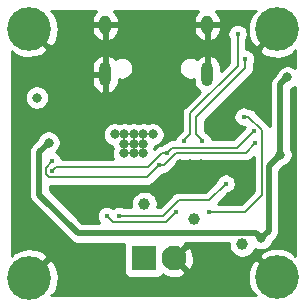
<source format=gbr>
%TF.GenerationSoftware,KiCad,Pcbnew,(5.1.7-0-10_14)*%
%TF.CreationDate,2020-10-21T07:28:03+08:00*%
%TF.ProjectId,STUSB4500_Breakout,53545553-4234-4353-9030-5f427265616b,rev?*%
%TF.SameCoordinates,Original*%
%TF.FileFunction,Copper,L4,Bot*%
%TF.FilePolarity,Positive*%
%FSLAX46Y46*%
G04 Gerber Fmt 4.6, Leading zero omitted, Abs format (unit mm)*
G04 Created by KiCad (PCBNEW (5.1.7-0-10_14)) date 2020-10-21 07:28:03*
%MOMM*%
%LPD*%
G01*
G04 APERTURE LIST*
%TA.AperFunction,SMDPad,CuDef*%
%ADD10C,1.000000*%
%TD*%
%TA.AperFunction,ComponentPad*%
%ADD11O,1.000000X2.100000*%
%TD*%
%TA.AperFunction,ComponentPad*%
%ADD12O,1.000000X1.600000*%
%TD*%
%TA.AperFunction,ComponentPad*%
%ADD13C,3.700000*%
%TD*%
%TA.AperFunction,ComponentPad*%
%ADD14R,2.100000X2.100000*%
%TD*%
%TA.AperFunction,ComponentPad*%
%ADD15C,2.100000*%
%TD*%
%TA.AperFunction,ViaPad*%
%ADD16C,0.800000*%
%TD*%
%TA.AperFunction,ViaPad*%
%ADD17C,0.450000*%
%TD*%
%TA.AperFunction,Conductor*%
%ADD18C,0.500000*%
%TD*%
%TA.AperFunction,Conductor*%
%ADD19C,0.200000*%
%TD*%
%TA.AperFunction,Conductor*%
%ADD20C,0.254000*%
%TD*%
%TA.AperFunction,Conductor*%
%ADD21C,0.100000*%
%TD*%
G04 APERTURE END LIST*
D10*
%TO.P,ALERT,1*%
%TO.N,ALERT*%
X129000000Y-56900000D03*
%TD*%
%TO.P,GPIO,1*%
%TO.N,GPIO*%
X124900000Y-54800000D03*
%TD*%
%TO.P,ATTACH,1*%
%TO.N,ATTACH*%
X120700000Y-53500000D03*
%TD*%
D11*
%TO.P,J1,S1*%
%TO.N,GND*%
X126020000Y-42505000D03*
X117380000Y-42505000D03*
D12*
X126020000Y-38325000D03*
X117380000Y-38325000D03*
%TD*%
D13*
%TO.P,H4,1*%
%TO.N,GND*%
X131960000Y-59700000D03*
%TD*%
%TO.P,H3,1*%
%TO.N,GND*%
X110960000Y-59750000D03*
%TD*%
%TO.P,H2,1*%
%TO.N,GND*%
X131960000Y-38700000D03*
%TD*%
%TO.P,H1,1*%
%TO.N,GND*%
X110950000Y-38650000D03*
%TD*%
D14*
%TO.P,J4,1*%
%TO.N,VSNK*%
X120660000Y-58100000D03*
D15*
%TO.P,J4,2*%
%TO.N,GND*%
X123200000Y-58100000D03*
%TD*%
D16*
%TO.N,VSNK*%
X119800000Y-47600000D03*
X119000000Y-47600000D03*
X120600000Y-47600000D03*
X120600000Y-48400000D03*
X119800000Y-48400000D03*
X119000000Y-48400000D03*
X119000000Y-49200000D03*
X119800000Y-49200000D03*
X120600000Y-49200000D03*
X121400000Y-47600000D03*
X118200000Y-47600000D03*
X111600000Y-44500000D03*
%TO.N,GND*%
X123700000Y-50100000D03*
X124600000Y-50100000D03*
X125500000Y-50100000D03*
X123700000Y-51000000D03*
X124600000Y-51000000D03*
X125500000Y-51000000D03*
X124600000Y-51900000D03*
X125500000Y-51900000D03*
X123700000Y-51900000D03*
X112000000Y-46799994D03*
X132600000Y-53800006D03*
X129600000Y-51300000D03*
X112000000Y-54700000D03*
%TO.N,VCC*%
X130599999Y-56400001D03*
X132223078Y-49323080D03*
X112600000Y-48299996D03*
X132812500Y-42787506D03*
D17*
%TO.N,CC1*%
X125600000Y-48200000D03*
X129225010Y-41200000D03*
%TO.N,CC2*%
X124100000Y-48200000D03*
X128600004Y-39100000D03*
%TO.N,SDA*%
X121966939Y-50224990D03*
X112899992Y-49900000D03*
X130110208Y-48310210D03*
%TO.N,SCL*%
X122600000Y-49200000D03*
X129974990Y-47300000D03*
X112900000Y-50700000D03*
%TO.N,ATTACH*%
X120700000Y-53499998D03*
%TO.N,ALERT*%
X129000000Y-56900000D03*
%TO.N,GPIO*%
X124900014Y-54800000D03*
%TO.N,Net-(R8-Pad1)*%
X126200000Y-54199996D03*
X129100000Y-46100000D03*
%TO.N,PDO3*%
X123400000Y-54174990D03*
X117513022Y-54528478D03*
%TO.N,PDO2*%
X127585011Y-51772511D03*
X118570172Y-54501461D03*
%TD*%
D18*
%TO.N,VCC*%
X132223078Y-43376928D02*
X132812500Y-42787506D01*
X132223078Y-49323080D02*
X132223078Y-43376928D01*
X115093948Y-55975013D02*
X119079824Y-55975013D01*
X119104838Y-55949999D02*
X130149997Y-55949999D01*
X111824989Y-49075007D02*
X111824989Y-52706054D01*
X119079824Y-55975013D02*
X119104838Y-55949999D01*
X111824989Y-52706054D02*
X115093948Y-55975013D01*
X130149997Y-55949999D02*
X130599999Y-56400001D01*
X112600000Y-48299996D02*
X111824989Y-49075007D01*
X130599999Y-56400001D02*
X131235222Y-55764778D01*
X131235222Y-55764778D02*
X131235222Y-50310936D01*
X131235222Y-50310936D02*
X132223078Y-49323080D01*
D19*
%TO.N,CC1*%
X129225010Y-42025002D02*
X129225010Y-41200000D01*
X125100000Y-46150012D02*
X129225010Y-42025002D01*
X125100000Y-47600000D02*
X125100000Y-46150012D01*
X125600000Y-48100000D02*
X125100000Y-47600000D01*
%TO.N,CC2*%
X128600004Y-41834296D02*
X128600004Y-39100000D01*
X124600000Y-47600000D02*
X124600000Y-45834300D01*
X124100000Y-48100000D02*
X124600000Y-47600000D01*
X124600000Y-45834300D02*
X128600004Y-41834296D01*
X124100000Y-48200000D02*
X124100000Y-48100000D01*
%TO.N,SDA*%
X112374999Y-50952001D02*
X112374999Y-50424993D01*
X121966939Y-50224990D02*
X120966928Y-51225001D01*
X120966928Y-51225001D02*
X112647999Y-51225001D01*
X112647999Y-51225001D02*
X112374999Y-50952001D01*
X112374999Y-50424993D02*
X112899992Y-49900000D01*
X121966939Y-50224990D02*
X122335137Y-50224990D01*
X123410137Y-49149990D02*
X129270428Y-49149990D01*
X129270428Y-49149990D02*
X130110208Y-48310210D01*
X122335137Y-50224990D02*
X123410137Y-49149990D01*
%TO.N,SCL*%
X122600000Y-49200000D02*
X123050021Y-48749979D01*
X128525011Y-48749979D02*
X129974990Y-47300000D01*
X123050021Y-48749979D02*
X128525011Y-48749979D01*
X113200000Y-50400000D02*
X112900000Y-50700000D01*
X121014925Y-50400000D02*
X113200000Y-50400000D01*
X122214925Y-49200000D02*
X121014925Y-50400000D01*
X122600000Y-49200000D02*
X122214925Y-49200000D01*
%TO.N,Net-(R8-Pad1)*%
X129518198Y-46100000D02*
X129100000Y-46100000D01*
X130685211Y-47267013D02*
X129518198Y-46100000D01*
X129200004Y-54199996D02*
X130685211Y-52714789D01*
X130685211Y-52714789D02*
X130685211Y-47267013D01*
X126200000Y-54199996D02*
X129200004Y-54199996D01*
%TO.N,PDO3*%
X118011006Y-55026462D02*
X117513022Y-54528478D01*
X123400000Y-54174990D02*
X122548528Y-55026462D01*
X122548528Y-55026462D02*
X118011006Y-55026462D01*
%TO.N,PDO2*%
X126157522Y-53200000D02*
X123600000Y-53200000D01*
X122298539Y-54501461D02*
X118570172Y-54501461D01*
X123600000Y-53200000D02*
X122298539Y-54501461D01*
X127585011Y-51772511D02*
X126157522Y-53200000D01*
%TD*%
D20*
%TO.N,GND*%
X116506839Y-37288831D02*
X116379997Y-37473322D01*
X116291585Y-37679013D01*
X116245000Y-37898000D01*
X116245000Y-38198000D01*
X117253000Y-38198000D01*
X117253000Y-38178000D01*
X117507000Y-38178000D01*
X117507000Y-38198000D01*
X118515000Y-38198000D01*
X118515000Y-37898000D01*
X118468415Y-37679013D01*
X118380003Y-37473322D01*
X118253161Y-37288831D01*
X118120868Y-37160000D01*
X125279132Y-37160000D01*
X125146839Y-37288831D01*
X125019997Y-37473322D01*
X124931585Y-37679013D01*
X124885000Y-37898000D01*
X124885000Y-38198000D01*
X125893000Y-38198000D01*
X125893000Y-38178000D01*
X126147000Y-38178000D01*
X126147000Y-38198000D01*
X127155000Y-38198000D01*
X127155000Y-37898000D01*
X127108415Y-37679013D01*
X127020003Y-37473322D01*
X126893161Y-37288831D01*
X126760868Y-37160000D01*
X130181681Y-37160000D01*
X129867832Y-37336931D01*
X129642110Y-37771284D01*
X129505464Y-38241327D01*
X129463144Y-38728996D01*
X129516778Y-39215552D01*
X129664303Y-39682294D01*
X129867832Y-40063069D01*
X130219228Y-40261167D01*
X131780395Y-38700000D01*
X131766253Y-38685858D01*
X131945858Y-38506253D01*
X131960000Y-38520395D01*
X131974143Y-38506253D01*
X132153748Y-38685858D01*
X132139605Y-38700000D01*
X132153748Y-38714143D01*
X131974143Y-38893748D01*
X131960000Y-38879605D01*
X130398833Y-40440772D01*
X130596931Y-40792168D01*
X131031284Y-41017890D01*
X131501327Y-41154536D01*
X131988996Y-41196856D01*
X132475552Y-41143222D01*
X132942294Y-40995697D01*
X133323069Y-40792168D01*
X133500000Y-40478319D01*
X133500000Y-42011295D01*
X133472274Y-41983569D01*
X133302756Y-41870301D01*
X133114398Y-41792280D01*
X132914439Y-41752506D01*
X132710561Y-41752506D01*
X132510602Y-41792280D01*
X132322244Y-41870301D01*
X132152726Y-41983569D01*
X132008563Y-42127732D01*
X131895295Y-42297250D01*
X131817274Y-42485608D01*
X131805965Y-42542463D01*
X131628030Y-42720398D01*
X131594262Y-42748111D01*
X131566549Y-42781879D01*
X131566546Y-42781882D01*
X131483668Y-42882869D01*
X131401490Y-43036615D01*
X131350883Y-43203438D01*
X131333797Y-43376928D01*
X131338079Y-43420407D01*
X131338078Y-46929246D01*
X131299298Y-46856693D01*
X131281495Y-46835000D01*
X131207449Y-46744775D01*
X131179404Y-46721759D01*
X130063456Y-45605812D01*
X130040436Y-45577762D01*
X129928518Y-45485913D01*
X129800831Y-45417663D01*
X129662283Y-45375635D01*
X129554303Y-45365000D01*
X129546856Y-45364267D01*
X129507363Y-45337878D01*
X129350853Y-45273049D01*
X129184703Y-45240000D01*
X129015297Y-45240000D01*
X128849147Y-45273049D01*
X128692637Y-45337878D01*
X128551782Y-45431995D01*
X128431995Y-45551782D01*
X128337878Y-45692637D01*
X128273049Y-45849147D01*
X128240000Y-46015297D01*
X128240000Y-46184703D01*
X128273049Y-46350853D01*
X128337878Y-46507363D01*
X128431995Y-46648218D01*
X128551782Y-46768005D01*
X128692637Y-46862122D01*
X128849147Y-46926951D01*
X129015297Y-46960000D01*
X129184703Y-46960000D01*
X129184989Y-46959943D01*
X129148039Y-47049147D01*
X129138515Y-47097028D01*
X128220565Y-48014979D01*
X126440046Y-48014979D01*
X126426951Y-47949147D01*
X126362122Y-47792637D01*
X126268005Y-47651782D01*
X126148218Y-47531995D01*
X126007363Y-47437878D01*
X125956084Y-47416637D01*
X125835000Y-47295554D01*
X125835000Y-46454458D01*
X129719207Y-42570252D01*
X129747247Y-42547240D01*
X129770260Y-42519199D01*
X129770263Y-42519196D01*
X129797828Y-42485608D01*
X129839097Y-42435322D01*
X129907347Y-42307635D01*
X129949375Y-42169087D01*
X129960010Y-42061107D01*
X129960010Y-42061106D01*
X129963566Y-42025003D01*
X129960010Y-41988898D01*
X129960010Y-41647954D01*
X129987132Y-41607363D01*
X130051961Y-41450853D01*
X130085010Y-41284703D01*
X130085010Y-41115297D01*
X130051961Y-40949147D01*
X129987132Y-40792637D01*
X129893015Y-40651782D01*
X129773228Y-40531995D01*
X129632373Y-40437878D01*
X129475863Y-40373049D01*
X129335004Y-40345031D01*
X129335004Y-39547954D01*
X129362126Y-39507363D01*
X129426955Y-39350853D01*
X129460004Y-39184703D01*
X129460004Y-39015297D01*
X129426955Y-38849147D01*
X129362126Y-38692637D01*
X129268009Y-38551782D01*
X129148222Y-38431995D01*
X129007367Y-38337878D01*
X128850857Y-38273049D01*
X128684707Y-38240000D01*
X128515301Y-38240000D01*
X128349151Y-38273049D01*
X128192641Y-38337878D01*
X128051786Y-38431995D01*
X127931999Y-38551782D01*
X127837882Y-38692637D01*
X127773053Y-38849147D01*
X127740004Y-39015297D01*
X127740004Y-39184703D01*
X127773053Y-39350853D01*
X127837882Y-39507363D01*
X127865005Y-39547955D01*
X127865004Y-41529849D01*
X127155000Y-42239853D01*
X127155000Y-41828000D01*
X127108415Y-41609013D01*
X127020003Y-41403322D01*
X126893161Y-41218831D01*
X126732764Y-41062631D01*
X126544976Y-40940724D01*
X126321874Y-40860881D01*
X126147000Y-40987046D01*
X126147000Y-42378000D01*
X126167000Y-42378000D01*
X126167000Y-42632000D01*
X126147000Y-42632000D01*
X126147000Y-42652000D01*
X125893000Y-42652000D01*
X125893000Y-42632000D01*
X125873000Y-42632000D01*
X125873000Y-42378000D01*
X125893000Y-42378000D01*
X125893000Y-40987046D01*
X125718126Y-40860881D01*
X125495024Y-40940724D01*
X125307236Y-41062631D01*
X125146839Y-41218831D01*
X125145117Y-41221335D01*
X125044731Y-41154259D01*
X124870022Y-41081892D01*
X124684552Y-41045000D01*
X124495448Y-41045000D01*
X124309978Y-41081892D01*
X124135269Y-41154259D01*
X123978036Y-41259319D01*
X123844319Y-41393036D01*
X123739259Y-41550269D01*
X123666892Y-41724978D01*
X123630000Y-41910448D01*
X123630000Y-42099552D01*
X123666892Y-42285022D01*
X123739259Y-42459731D01*
X123844319Y-42616964D01*
X123978036Y-42750681D01*
X124135269Y-42855741D01*
X124309978Y-42928108D01*
X124495448Y-42965000D01*
X124684552Y-42965000D01*
X124870022Y-42928108D01*
X124885000Y-42921904D01*
X124885000Y-43182000D01*
X124931585Y-43400987D01*
X125019997Y-43606678D01*
X125146839Y-43791169D01*
X125307236Y-43947369D01*
X125392278Y-44002576D01*
X124105808Y-45289046D01*
X124077763Y-45312062D01*
X123985914Y-45423980D01*
X123926573Y-45535000D01*
X123917664Y-45551667D01*
X123875635Y-45690215D01*
X123861444Y-45834300D01*
X123865001Y-45870415D01*
X123865000Y-47295553D01*
X123743916Y-47416637D01*
X123692637Y-47437878D01*
X123551782Y-47531995D01*
X123431995Y-47651782D01*
X123337878Y-47792637D01*
X123273049Y-47949147D01*
X123259954Y-48014979D01*
X123086126Y-48014979D01*
X123050021Y-48011423D01*
X123013916Y-48014979D01*
X122905936Y-48025614D01*
X122767388Y-48067642D01*
X122639701Y-48135892D01*
X122527783Y-48227741D01*
X122504762Y-48255792D01*
X122397029Y-48363525D01*
X122349147Y-48373049D01*
X122192637Y-48437878D01*
X122147418Y-48468093D01*
X122070840Y-48475635D01*
X121932292Y-48517663D01*
X121804605Y-48585913D01*
X121692687Y-48677762D01*
X121669671Y-48705807D01*
X121560708Y-48814770D01*
X121554591Y-48800000D01*
X121595226Y-48701898D01*
X121612924Y-48612924D01*
X121701898Y-48595226D01*
X121890256Y-48517205D01*
X122059774Y-48403937D01*
X122203937Y-48259774D01*
X122317205Y-48090256D01*
X122395226Y-47901898D01*
X122435000Y-47701939D01*
X122435000Y-47498061D01*
X122395226Y-47298102D01*
X122317205Y-47109744D01*
X122203937Y-46940226D01*
X122059774Y-46796063D01*
X121890256Y-46682795D01*
X121701898Y-46604774D01*
X121501939Y-46565000D01*
X121298061Y-46565000D01*
X121098102Y-46604774D01*
X121000000Y-46645409D01*
X120901898Y-46604774D01*
X120701939Y-46565000D01*
X120498061Y-46565000D01*
X120298102Y-46604774D01*
X120200000Y-46645409D01*
X120101898Y-46604774D01*
X119901939Y-46565000D01*
X119698061Y-46565000D01*
X119498102Y-46604774D01*
X119400000Y-46645409D01*
X119301898Y-46604774D01*
X119101939Y-46565000D01*
X118898061Y-46565000D01*
X118698102Y-46604774D01*
X118600000Y-46645409D01*
X118501898Y-46604774D01*
X118301939Y-46565000D01*
X118098061Y-46565000D01*
X117898102Y-46604774D01*
X117709744Y-46682795D01*
X117540226Y-46796063D01*
X117396063Y-46940226D01*
X117282795Y-47109744D01*
X117204774Y-47298102D01*
X117165000Y-47498061D01*
X117165000Y-47701939D01*
X117204774Y-47901898D01*
X117282795Y-48090256D01*
X117396063Y-48259774D01*
X117540226Y-48403937D01*
X117709744Y-48517205D01*
X117898102Y-48595226D01*
X117987076Y-48612924D01*
X118004774Y-48701898D01*
X118045409Y-48800000D01*
X118004774Y-48898102D01*
X117965000Y-49098061D01*
X117965000Y-49301939D01*
X118004774Y-49501898D01*
X118072334Y-49665000D01*
X113730096Y-49665000D01*
X113726943Y-49649147D01*
X113662114Y-49492637D01*
X113567997Y-49351782D01*
X113448210Y-49231995D01*
X113307355Y-49137878D01*
X113246622Y-49112721D01*
X113259774Y-49103933D01*
X113403937Y-48959770D01*
X113517205Y-48790252D01*
X113595226Y-48601894D01*
X113635000Y-48401935D01*
X113635000Y-48198057D01*
X113595226Y-47998098D01*
X113517205Y-47809740D01*
X113403937Y-47640222D01*
X113259774Y-47496059D01*
X113090256Y-47382791D01*
X112901898Y-47304770D01*
X112701939Y-47264996D01*
X112498061Y-47264996D01*
X112298102Y-47304770D01*
X112109744Y-47382791D01*
X111940226Y-47496059D01*
X111796063Y-47640222D01*
X111682795Y-47809740D01*
X111604774Y-47998098D01*
X111593465Y-48054952D01*
X111229945Y-48418473D01*
X111196172Y-48446190D01*
X111085578Y-48580949D01*
X111003400Y-48734695D01*
X110971894Y-48838556D01*
X110958613Y-48882337D01*
X110952794Y-48901518D01*
X110939989Y-49031531D01*
X110939989Y-49031538D01*
X110935708Y-49075007D01*
X110939989Y-49118476D01*
X110939990Y-52662575D01*
X110935708Y-52706054D01*
X110952794Y-52879544D01*
X111003401Y-53046367D01*
X111085579Y-53200113D01*
X111168457Y-53301100D01*
X111168460Y-53301103D01*
X111196173Y-53334871D01*
X111229940Y-53362583D01*
X114437418Y-56570062D01*
X114465131Y-56603830D01*
X114498899Y-56631543D01*
X114498901Y-56631545D01*
X114520349Y-56649147D01*
X114599889Y-56714424D01*
X114753635Y-56796602D01*
X114920458Y-56847208D01*
X115050471Y-56860013D01*
X115050481Y-56860013D01*
X115093947Y-56864294D01*
X115137413Y-56860013D01*
X119004059Y-56860013D01*
X118984188Y-56925518D01*
X118971928Y-57050000D01*
X118971928Y-59150000D01*
X118984188Y-59274482D01*
X119020498Y-59394180D01*
X119079463Y-59504494D01*
X119158815Y-59601185D01*
X119255506Y-59680537D01*
X119365820Y-59739502D01*
X119485518Y-59775812D01*
X119610000Y-59788072D01*
X121710000Y-59788072D01*
X121834482Y-59775812D01*
X121954180Y-59739502D01*
X122064494Y-59680537D01*
X122161185Y-59601185D01*
X122240537Y-59504494D01*
X122273451Y-59442918D01*
X122310339Y-59540579D01*
X122608477Y-59686463D01*
X122929346Y-59771380D01*
X123260617Y-59792066D01*
X123589557Y-59747728D01*
X123903527Y-59640069D01*
X124089661Y-59540579D01*
X124191461Y-59271066D01*
X123200000Y-58279605D01*
X123185858Y-58293748D01*
X123006253Y-58114143D01*
X123020395Y-58100000D01*
X123379605Y-58100000D01*
X124371066Y-59091461D01*
X124640579Y-58989661D01*
X124786463Y-58691523D01*
X124871380Y-58370654D01*
X124892066Y-58039383D01*
X124847728Y-57710443D01*
X124740069Y-57396473D01*
X124640579Y-57210339D01*
X124371066Y-57108539D01*
X123379605Y-58100000D01*
X123020395Y-58100000D01*
X123006253Y-58085858D01*
X123185858Y-57906253D01*
X123200000Y-57920395D01*
X124191461Y-56928934D01*
X124155980Y-56834999D01*
X127865000Y-56834999D01*
X127865000Y-57011788D01*
X127908617Y-57231067D01*
X127994176Y-57437624D01*
X128118388Y-57623520D01*
X128276480Y-57781612D01*
X128462376Y-57905824D01*
X128668933Y-57991383D01*
X128888212Y-58035000D01*
X129111788Y-58035000D01*
X129331067Y-57991383D01*
X129537624Y-57905824D01*
X129723520Y-57781612D01*
X129881612Y-57623520D01*
X130005824Y-57437624D01*
X130067417Y-57288925D01*
X130109743Y-57317206D01*
X130298101Y-57395227D01*
X130498060Y-57435001D01*
X130701938Y-57435001D01*
X130901897Y-57395227D01*
X131090255Y-57317206D01*
X131259773Y-57203938D01*
X131403936Y-57059775D01*
X131517204Y-56890257D01*
X131595225Y-56701899D01*
X131606534Y-56645045D01*
X131830272Y-56421307D01*
X131864039Y-56393595D01*
X131898355Y-56351782D01*
X131974632Y-56258838D01*
X131974633Y-56258837D01*
X132056811Y-56105091D01*
X132103858Y-55950000D01*
X132107417Y-55938269D01*
X132110601Y-55905942D01*
X132120222Y-55808255D01*
X132120222Y-55808247D01*
X132124503Y-55764778D01*
X132120222Y-55721309D01*
X132120222Y-50677514D01*
X132468122Y-50329615D01*
X132524976Y-50318306D01*
X132713334Y-50240285D01*
X132882852Y-50127017D01*
X133027015Y-49982854D01*
X133140283Y-49813336D01*
X133218304Y-49624978D01*
X133258078Y-49425019D01*
X133258078Y-49221141D01*
X133218304Y-49021182D01*
X133140283Y-48832824D01*
X133108078Y-48784626D01*
X133108078Y-43783989D01*
X133114398Y-43782732D01*
X133302756Y-43704711D01*
X133472274Y-43591443D01*
X133500000Y-43563717D01*
X133500001Y-57921683D01*
X133323069Y-57607832D01*
X132888716Y-57382110D01*
X132418673Y-57245464D01*
X131931004Y-57203144D01*
X131444448Y-57256778D01*
X130977706Y-57404303D01*
X130596931Y-57607832D01*
X130398833Y-57959228D01*
X131960000Y-59520395D01*
X131974143Y-59506253D01*
X132153748Y-59685858D01*
X132139605Y-59700000D01*
X132153748Y-59714143D01*
X131974143Y-59893748D01*
X131960000Y-59879605D01*
X131945858Y-59893748D01*
X131766253Y-59714143D01*
X131780395Y-59700000D01*
X130219228Y-58138833D01*
X129867832Y-58336931D01*
X129642110Y-58771284D01*
X129505464Y-59241327D01*
X129463144Y-59728996D01*
X129516778Y-60215552D01*
X129664303Y-60682294D01*
X129867832Y-61063069D01*
X130181681Y-61240000D01*
X112827012Y-61240000D01*
X113052168Y-61113069D01*
X113277890Y-60678716D01*
X113414536Y-60208673D01*
X113456856Y-59721004D01*
X113403222Y-59234448D01*
X113255697Y-58767706D01*
X113052168Y-58386931D01*
X112700772Y-58188833D01*
X111139605Y-59750000D01*
X111153748Y-59764143D01*
X110974143Y-59943748D01*
X110960000Y-59929605D01*
X110945858Y-59943748D01*
X110766253Y-59764143D01*
X110780395Y-59750000D01*
X110766253Y-59735858D01*
X110945858Y-59556253D01*
X110960000Y-59570395D01*
X112521167Y-58009228D01*
X112323069Y-57657832D01*
X111888716Y-57432110D01*
X111418673Y-57295464D01*
X110931004Y-57253144D01*
X110444448Y-57306778D01*
X109977706Y-57454303D01*
X109596931Y-57657832D01*
X109460000Y-57900727D01*
X109460000Y-44398061D01*
X110565000Y-44398061D01*
X110565000Y-44601939D01*
X110604774Y-44801898D01*
X110682795Y-44990256D01*
X110796063Y-45159774D01*
X110940226Y-45303937D01*
X111109744Y-45417205D01*
X111298102Y-45495226D01*
X111498061Y-45535000D01*
X111701939Y-45535000D01*
X111901898Y-45495226D01*
X112090256Y-45417205D01*
X112259774Y-45303937D01*
X112403937Y-45159774D01*
X112517205Y-44990256D01*
X112595226Y-44801898D01*
X112635000Y-44601939D01*
X112635000Y-44398061D01*
X112595226Y-44198102D01*
X112517205Y-44009744D01*
X112403937Y-43840226D01*
X112259774Y-43696063D01*
X112090256Y-43582795D01*
X111901898Y-43504774D01*
X111701939Y-43465000D01*
X111498061Y-43465000D01*
X111298102Y-43504774D01*
X111109744Y-43582795D01*
X110940226Y-43696063D01*
X110796063Y-43840226D01*
X110682795Y-44009744D01*
X110604774Y-44198102D01*
X110565000Y-44398061D01*
X109460000Y-44398061D01*
X109460000Y-42632000D01*
X116245000Y-42632000D01*
X116245000Y-43182000D01*
X116291585Y-43400987D01*
X116379997Y-43606678D01*
X116506839Y-43791169D01*
X116667236Y-43947369D01*
X116855024Y-44069276D01*
X117078126Y-44149119D01*
X117253000Y-44022954D01*
X117253000Y-42632000D01*
X116245000Y-42632000D01*
X109460000Y-42632000D01*
X109460000Y-41828000D01*
X116245000Y-41828000D01*
X116245000Y-42378000D01*
X117253000Y-42378000D01*
X117253000Y-40987046D01*
X117507000Y-40987046D01*
X117507000Y-42378000D01*
X117527000Y-42378000D01*
X117527000Y-42632000D01*
X117507000Y-42632000D01*
X117507000Y-44022954D01*
X117681874Y-44149119D01*
X117904976Y-44069276D01*
X118092764Y-43947369D01*
X118253161Y-43791169D01*
X118380003Y-43606678D01*
X118468415Y-43400987D01*
X118515000Y-43182000D01*
X118515000Y-42921904D01*
X118529978Y-42928108D01*
X118715448Y-42965000D01*
X118904552Y-42965000D01*
X119090022Y-42928108D01*
X119264731Y-42855741D01*
X119421964Y-42750681D01*
X119555681Y-42616964D01*
X119660741Y-42459731D01*
X119733108Y-42285022D01*
X119770000Y-42099552D01*
X119770000Y-41910448D01*
X119733108Y-41724978D01*
X119660741Y-41550269D01*
X119555681Y-41393036D01*
X119421964Y-41259319D01*
X119264731Y-41154259D01*
X119090022Y-41081892D01*
X118904552Y-41045000D01*
X118715448Y-41045000D01*
X118529978Y-41081892D01*
X118355269Y-41154259D01*
X118254883Y-41221335D01*
X118253161Y-41218831D01*
X118092764Y-41062631D01*
X117904976Y-40940724D01*
X117681874Y-40860881D01*
X117507000Y-40987046D01*
X117253000Y-40987046D01*
X117078126Y-40860881D01*
X116855024Y-40940724D01*
X116667236Y-41062631D01*
X116506839Y-41218831D01*
X116379997Y-41403322D01*
X116291585Y-41609013D01*
X116245000Y-41828000D01*
X109460000Y-41828000D01*
X109460000Y-40517012D01*
X109586931Y-40742168D01*
X110021284Y-40967890D01*
X110491327Y-41104536D01*
X110978996Y-41146856D01*
X111465552Y-41093222D01*
X111932294Y-40945697D01*
X112313069Y-40742168D01*
X112511167Y-40390772D01*
X110950000Y-38829605D01*
X110935858Y-38843748D01*
X110756253Y-38664143D01*
X110770395Y-38650000D01*
X110756253Y-38635858D01*
X110935858Y-38456253D01*
X110950000Y-38470395D01*
X110964143Y-38456253D01*
X111143748Y-38635858D01*
X111129605Y-38650000D01*
X112690772Y-40211167D01*
X113042168Y-40013069D01*
X113267890Y-39578716D01*
X113404536Y-39108673D01*
X113446856Y-38621004D01*
X113428227Y-38452000D01*
X116245000Y-38452000D01*
X116245000Y-38752000D01*
X116291585Y-38970987D01*
X116379997Y-39176678D01*
X116506839Y-39361169D01*
X116667236Y-39517369D01*
X116855024Y-39639276D01*
X117078126Y-39719119D01*
X117253000Y-39592954D01*
X117253000Y-38452000D01*
X117507000Y-38452000D01*
X117507000Y-39592954D01*
X117681874Y-39719119D01*
X117904976Y-39639276D01*
X118092764Y-39517369D01*
X118253161Y-39361169D01*
X118380003Y-39176678D01*
X118468415Y-38970987D01*
X118515000Y-38752000D01*
X118515000Y-38452000D01*
X124885000Y-38452000D01*
X124885000Y-38752000D01*
X124931585Y-38970987D01*
X125019997Y-39176678D01*
X125146839Y-39361169D01*
X125307236Y-39517369D01*
X125495024Y-39639276D01*
X125718126Y-39719119D01*
X125893000Y-39592954D01*
X125893000Y-38452000D01*
X126147000Y-38452000D01*
X126147000Y-39592954D01*
X126321874Y-39719119D01*
X126544976Y-39639276D01*
X126732764Y-39517369D01*
X126893161Y-39361169D01*
X127020003Y-39176678D01*
X127108415Y-38970987D01*
X127155000Y-38752000D01*
X127155000Y-38452000D01*
X126147000Y-38452000D01*
X125893000Y-38452000D01*
X124885000Y-38452000D01*
X118515000Y-38452000D01*
X117507000Y-38452000D01*
X117253000Y-38452000D01*
X116245000Y-38452000D01*
X113428227Y-38452000D01*
X113393222Y-38134448D01*
X113245697Y-37667706D01*
X113042168Y-37286931D01*
X112817012Y-37160000D01*
X116639132Y-37160000D01*
X116506839Y-37288831D01*
%TA.AperFunction,Conductor*%
D21*
G36*
X116506839Y-37288831D02*
G01*
X116379997Y-37473322D01*
X116291585Y-37679013D01*
X116245000Y-37898000D01*
X116245000Y-38198000D01*
X117253000Y-38198000D01*
X117253000Y-38178000D01*
X117507000Y-38178000D01*
X117507000Y-38198000D01*
X118515000Y-38198000D01*
X118515000Y-37898000D01*
X118468415Y-37679013D01*
X118380003Y-37473322D01*
X118253161Y-37288831D01*
X118120868Y-37160000D01*
X125279132Y-37160000D01*
X125146839Y-37288831D01*
X125019997Y-37473322D01*
X124931585Y-37679013D01*
X124885000Y-37898000D01*
X124885000Y-38198000D01*
X125893000Y-38198000D01*
X125893000Y-38178000D01*
X126147000Y-38178000D01*
X126147000Y-38198000D01*
X127155000Y-38198000D01*
X127155000Y-37898000D01*
X127108415Y-37679013D01*
X127020003Y-37473322D01*
X126893161Y-37288831D01*
X126760868Y-37160000D01*
X130181681Y-37160000D01*
X129867832Y-37336931D01*
X129642110Y-37771284D01*
X129505464Y-38241327D01*
X129463144Y-38728996D01*
X129516778Y-39215552D01*
X129664303Y-39682294D01*
X129867832Y-40063069D01*
X130219228Y-40261167D01*
X131780395Y-38700000D01*
X131766253Y-38685858D01*
X131945858Y-38506253D01*
X131960000Y-38520395D01*
X131974143Y-38506253D01*
X132153748Y-38685858D01*
X132139605Y-38700000D01*
X132153748Y-38714143D01*
X131974143Y-38893748D01*
X131960000Y-38879605D01*
X130398833Y-40440772D01*
X130596931Y-40792168D01*
X131031284Y-41017890D01*
X131501327Y-41154536D01*
X131988996Y-41196856D01*
X132475552Y-41143222D01*
X132942294Y-40995697D01*
X133323069Y-40792168D01*
X133500000Y-40478319D01*
X133500000Y-42011295D01*
X133472274Y-41983569D01*
X133302756Y-41870301D01*
X133114398Y-41792280D01*
X132914439Y-41752506D01*
X132710561Y-41752506D01*
X132510602Y-41792280D01*
X132322244Y-41870301D01*
X132152726Y-41983569D01*
X132008563Y-42127732D01*
X131895295Y-42297250D01*
X131817274Y-42485608D01*
X131805965Y-42542463D01*
X131628030Y-42720398D01*
X131594262Y-42748111D01*
X131566549Y-42781879D01*
X131566546Y-42781882D01*
X131483668Y-42882869D01*
X131401490Y-43036615D01*
X131350883Y-43203438D01*
X131333797Y-43376928D01*
X131338079Y-43420407D01*
X131338078Y-46929246D01*
X131299298Y-46856693D01*
X131281495Y-46835000D01*
X131207449Y-46744775D01*
X131179404Y-46721759D01*
X130063456Y-45605812D01*
X130040436Y-45577762D01*
X129928518Y-45485913D01*
X129800831Y-45417663D01*
X129662283Y-45375635D01*
X129554303Y-45365000D01*
X129546856Y-45364267D01*
X129507363Y-45337878D01*
X129350853Y-45273049D01*
X129184703Y-45240000D01*
X129015297Y-45240000D01*
X128849147Y-45273049D01*
X128692637Y-45337878D01*
X128551782Y-45431995D01*
X128431995Y-45551782D01*
X128337878Y-45692637D01*
X128273049Y-45849147D01*
X128240000Y-46015297D01*
X128240000Y-46184703D01*
X128273049Y-46350853D01*
X128337878Y-46507363D01*
X128431995Y-46648218D01*
X128551782Y-46768005D01*
X128692637Y-46862122D01*
X128849147Y-46926951D01*
X129015297Y-46960000D01*
X129184703Y-46960000D01*
X129184989Y-46959943D01*
X129148039Y-47049147D01*
X129138515Y-47097028D01*
X128220565Y-48014979D01*
X126440046Y-48014979D01*
X126426951Y-47949147D01*
X126362122Y-47792637D01*
X126268005Y-47651782D01*
X126148218Y-47531995D01*
X126007363Y-47437878D01*
X125956084Y-47416637D01*
X125835000Y-47295554D01*
X125835000Y-46454458D01*
X129719207Y-42570252D01*
X129747247Y-42547240D01*
X129770260Y-42519199D01*
X129770263Y-42519196D01*
X129797828Y-42485608D01*
X129839097Y-42435322D01*
X129907347Y-42307635D01*
X129949375Y-42169087D01*
X129960010Y-42061107D01*
X129960010Y-42061106D01*
X129963566Y-42025003D01*
X129960010Y-41988898D01*
X129960010Y-41647954D01*
X129987132Y-41607363D01*
X130051961Y-41450853D01*
X130085010Y-41284703D01*
X130085010Y-41115297D01*
X130051961Y-40949147D01*
X129987132Y-40792637D01*
X129893015Y-40651782D01*
X129773228Y-40531995D01*
X129632373Y-40437878D01*
X129475863Y-40373049D01*
X129335004Y-40345031D01*
X129335004Y-39547954D01*
X129362126Y-39507363D01*
X129426955Y-39350853D01*
X129460004Y-39184703D01*
X129460004Y-39015297D01*
X129426955Y-38849147D01*
X129362126Y-38692637D01*
X129268009Y-38551782D01*
X129148222Y-38431995D01*
X129007367Y-38337878D01*
X128850857Y-38273049D01*
X128684707Y-38240000D01*
X128515301Y-38240000D01*
X128349151Y-38273049D01*
X128192641Y-38337878D01*
X128051786Y-38431995D01*
X127931999Y-38551782D01*
X127837882Y-38692637D01*
X127773053Y-38849147D01*
X127740004Y-39015297D01*
X127740004Y-39184703D01*
X127773053Y-39350853D01*
X127837882Y-39507363D01*
X127865005Y-39547955D01*
X127865004Y-41529849D01*
X127155000Y-42239853D01*
X127155000Y-41828000D01*
X127108415Y-41609013D01*
X127020003Y-41403322D01*
X126893161Y-41218831D01*
X126732764Y-41062631D01*
X126544976Y-40940724D01*
X126321874Y-40860881D01*
X126147000Y-40987046D01*
X126147000Y-42378000D01*
X126167000Y-42378000D01*
X126167000Y-42632000D01*
X126147000Y-42632000D01*
X126147000Y-42652000D01*
X125893000Y-42652000D01*
X125893000Y-42632000D01*
X125873000Y-42632000D01*
X125873000Y-42378000D01*
X125893000Y-42378000D01*
X125893000Y-40987046D01*
X125718126Y-40860881D01*
X125495024Y-40940724D01*
X125307236Y-41062631D01*
X125146839Y-41218831D01*
X125145117Y-41221335D01*
X125044731Y-41154259D01*
X124870022Y-41081892D01*
X124684552Y-41045000D01*
X124495448Y-41045000D01*
X124309978Y-41081892D01*
X124135269Y-41154259D01*
X123978036Y-41259319D01*
X123844319Y-41393036D01*
X123739259Y-41550269D01*
X123666892Y-41724978D01*
X123630000Y-41910448D01*
X123630000Y-42099552D01*
X123666892Y-42285022D01*
X123739259Y-42459731D01*
X123844319Y-42616964D01*
X123978036Y-42750681D01*
X124135269Y-42855741D01*
X124309978Y-42928108D01*
X124495448Y-42965000D01*
X124684552Y-42965000D01*
X124870022Y-42928108D01*
X124885000Y-42921904D01*
X124885000Y-43182000D01*
X124931585Y-43400987D01*
X125019997Y-43606678D01*
X125146839Y-43791169D01*
X125307236Y-43947369D01*
X125392278Y-44002576D01*
X124105808Y-45289046D01*
X124077763Y-45312062D01*
X123985914Y-45423980D01*
X123926573Y-45535000D01*
X123917664Y-45551667D01*
X123875635Y-45690215D01*
X123861444Y-45834300D01*
X123865001Y-45870415D01*
X123865000Y-47295553D01*
X123743916Y-47416637D01*
X123692637Y-47437878D01*
X123551782Y-47531995D01*
X123431995Y-47651782D01*
X123337878Y-47792637D01*
X123273049Y-47949147D01*
X123259954Y-48014979D01*
X123086126Y-48014979D01*
X123050021Y-48011423D01*
X123013916Y-48014979D01*
X122905936Y-48025614D01*
X122767388Y-48067642D01*
X122639701Y-48135892D01*
X122527783Y-48227741D01*
X122504762Y-48255792D01*
X122397029Y-48363525D01*
X122349147Y-48373049D01*
X122192637Y-48437878D01*
X122147418Y-48468093D01*
X122070840Y-48475635D01*
X121932292Y-48517663D01*
X121804605Y-48585913D01*
X121692687Y-48677762D01*
X121669671Y-48705807D01*
X121560708Y-48814770D01*
X121554591Y-48800000D01*
X121595226Y-48701898D01*
X121612924Y-48612924D01*
X121701898Y-48595226D01*
X121890256Y-48517205D01*
X122059774Y-48403937D01*
X122203937Y-48259774D01*
X122317205Y-48090256D01*
X122395226Y-47901898D01*
X122435000Y-47701939D01*
X122435000Y-47498061D01*
X122395226Y-47298102D01*
X122317205Y-47109744D01*
X122203937Y-46940226D01*
X122059774Y-46796063D01*
X121890256Y-46682795D01*
X121701898Y-46604774D01*
X121501939Y-46565000D01*
X121298061Y-46565000D01*
X121098102Y-46604774D01*
X121000000Y-46645409D01*
X120901898Y-46604774D01*
X120701939Y-46565000D01*
X120498061Y-46565000D01*
X120298102Y-46604774D01*
X120200000Y-46645409D01*
X120101898Y-46604774D01*
X119901939Y-46565000D01*
X119698061Y-46565000D01*
X119498102Y-46604774D01*
X119400000Y-46645409D01*
X119301898Y-46604774D01*
X119101939Y-46565000D01*
X118898061Y-46565000D01*
X118698102Y-46604774D01*
X118600000Y-46645409D01*
X118501898Y-46604774D01*
X118301939Y-46565000D01*
X118098061Y-46565000D01*
X117898102Y-46604774D01*
X117709744Y-46682795D01*
X117540226Y-46796063D01*
X117396063Y-46940226D01*
X117282795Y-47109744D01*
X117204774Y-47298102D01*
X117165000Y-47498061D01*
X117165000Y-47701939D01*
X117204774Y-47901898D01*
X117282795Y-48090256D01*
X117396063Y-48259774D01*
X117540226Y-48403937D01*
X117709744Y-48517205D01*
X117898102Y-48595226D01*
X117987076Y-48612924D01*
X118004774Y-48701898D01*
X118045409Y-48800000D01*
X118004774Y-48898102D01*
X117965000Y-49098061D01*
X117965000Y-49301939D01*
X118004774Y-49501898D01*
X118072334Y-49665000D01*
X113730096Y-49665000D01*
X113726943Y-49649147D01*
X113662114Y-49492637D01*
X113567997Y-49351782D01*
X113448210Y-49231995D01*
X113307355Y-49137878D01*
X113246622Y-49112721D01*
X113259774Y-49103933D01*
X113403937Y-48959770D01*
X113517205Y-48790252D01*
X113595226Y-48601894D01*
X113635000Y-48401935D01*
X113635000Y-48198057D01*
X113595226Y-47998098D01*
X113517205Y-47809740D01*
X113403937Y-47640222D01*
X113259774Y-47496059D01*
X113090256Y-47382791D01*
X112901898Y-47304770D01*
X112701939Y-47264996D01*
X112498061Y-47264996D01*
X112298102Y-47304770D01*
X112109744Y-47382791D01*
X111940226Y-47496059D01*
X111796063Y-47640222D01*
X111682795Y-47809740D01*
X111604774Y-47998098D01*
X111593465Y-48054952D01*
X111229945Y-48418473D01*
X111196172Y-48446190D01*
X111085578Y-48580949D01*
X111003400Y-48734695D01*
X110971894Y-48838556D01*
X110958613Y-48882337D01*
X110952794Y-48901518D01*
X110939989Y-49031531D01*
X110939989Y-49031538D01*
X110935708Y-49075007D01*
X110939989Y-49118476D01*
X110939990Y-52662575D01*
X110935708Y-52706054D01*
X110952794Y-52879544D01*
X111003401Y-53046367D01*
X111085579Y-53200113D01*
X111168457Y-53301100D01*
X111168460Y-53301103D01*
X111196173Y-53334871D01*
X111229940Y-53362583D01*
X114437418Y-56570062D01*
X114465131Y-56603830D01*
X114498899Y-56631543D01*
X114498901Y-56631545D01*
X114520349Y-56649147D01*
X114599889Y-56714424D01*
X114753635Y-56796602D01*
X114920458Y-56847208D01*
X115050471Y-56860013D01*
X115050481Y-56860013D01*
X115093947Y-56864294D01*
X115137413Y-56860013D01*
X119004059Y-56860013D01*
X118984188Y-56925518D01*
X118971928Y-57050000D01*
X118971928Y-59150000D01*
X118984188Y-59274482D01*
X119020498Y-59394180D01*
X119079463Y-59504494D01*
X119158815Y-59601185D01*
X119255506Y-59680537D01*
X119365820Y-59739502D01*
X119485518Y-59775812D01*
X119610000Y-59788072D01*
X121710000Y-59788072D01*
X121834482Y-59775812D01*
X121954180Y-59739502D01*
X122064494Y-59680537D01*
X122161185Y-59601185D01*
X122240537Y-59504494D01*
X122273451Y-59442918D01*
X122310339Y-59540579D01*
X122608477Y-59686463D01*
X122929346Y-59771380D01*
X123260617Y-59792066D01*
X123589557Y-59747728D01*
X123903527Y-59640069D01*
X124089661Y-59540579D01*
X124191461Y-59271066D01*
X123200000Y-58279605D01*
X123185858Y-58293748D01*
X123006253Y-58114143D01*
X123020395Y-58100000D01*
X123379605Y-58100000D01*
X124371066Y-59091461D01*
X124640579Y-58989661D01*
X124786463Y-58691523D01*
X124871380Y-58370654D01*
X124892066Y-58039383D01*
X124847728Y-57710443D01*
X124740069Y-57396473D01*
X124640579Y-57210339D01*
X124371066Y-57108539D01*
X123379605Y-58100000D01*
X123020395Y-58100000D01*
X123006253Y-58085858D01*
X123185858Y-57906253D01*
X123200000Y-57920395D01*
X124191461Y-56928934D01*
X124155980Y-56834999D01*
X127865000Y-56834999D01*
X127865000Y-57011788D01*
X127908617Y-57231067D01*
X127994176Y-57437624D01*
X128118388Y-57623520D01*
X128276480Y-57781612D01*
X128462376Y-57905824D01*
X128668933Y-57991383D01*
X128888212Y-58035000D01*
X129111788Y-58035000D01*
X129331067Y-57991383D01*
X129537624Y-57905824D01*
X129723520Y-57781612D01*
X129881612Y-57623520D01*
X130005824Y-57437624D01*
X130067417Y-57288925D01*
X130109743Y-57317206D01*
X130298101Y-57395227D01*
X130498060Y-57435001D01*
X130701938Y-57435001D01*
X130901897Y-57395227D01*
X131090255Y-57317206D01*
X131259773Y-57203938D01*
X131403936Y-57059775D01*
X131517204Y-56890257D01*
X131595225Y-56701899D01*
X131606534Y-56645045D01*
X131830272Y-56421307D01*
X131864039Y-56393595D01*
X131898355Y-56351782D01*
X131974632Y-56258838D01*
X131974633Y-56258837D01*
X132056811Y-56105091D01*
X132103858Y-55950000D01*
X132107417Y-55938269D01*
X132110601Y-55905942D01*
X132120222Y-55808255D01*
X132120222Y-55808247D01*
X132124503Y-55764778D01*
X132120222Y-55721309D01*
X132120222Y-50677514D01*
X132468122Y-50329615D01*
X132524976Y-50318306D01*
X132713334Y-50240285D01*
X132882852Y-50127017D01*
X133027015Y-49982854D01*
X133140283Y-49813336D01*
X133218304Y-49624978D01*
X133258078Y-49425019D01*
X133258078Y-49221141D01*
X133218304Y-49021182D01*
X133140283Y-48832824D01*
X133108078Y-48784626D01*
X133108078Y-43783989D01*
X133114398Y-43782732D01*
X133302756Y-43704711D01*
X133472274Y-43591443D01*
X133500000Y-43563717D01*
X133500001Y-57921683D01*
X133323069Y-57607832D01*
X132888716Y-57382110D01*
X132418673Y-57245464D01*
X131931004Y-57203144D01*
X131444448Y-57256778D01*
X130977706Y-57404303D01*
X130596931Y-57607832D01*
X130398833Y-57959228D01*
X131960000Y-59520395D01*
X131974143Y-59506253D01*
X132153748Y-59685858D01*
X132139605Y-59700000D01*
X132153748Y-59714143D01*
X131974143Y-59893748D01*
X131960000Y-59879605D01*
X131945858Y-59893748D01*
X131766253Y-59714143D01*
X131780395Y-59700000D01*
X130219228Y-58138833D01*
X129867832Y-58336931D01*
X129642110Y-58771284D01*
X129505464Y-59241327D01*
X129463144Y-59728996D01*
X129516778Y-60215552D01*
X129664303Y-60682294D01*
X129867832Y-61063069D01*
X130181681Y-61240000D01*
X112827012Y-61240000D01*
X113052168Y-61113069D01*
X113277890Y-60678716D01*
X113414536Y-60208673D01*
X113456856Y-59721004D01*
X113403222Y-59234448D01*
X113255697Y-58767706D01*
X113052168Y-58386931D01*
X112700772Y-58188833D01*
X111139605Y-59750000D01*
X111153748Y-59764143D01*
X110974143Y-59943748D01*
X110960000Y-59929605D01*
X110945858Y-59943748D01*
X110766253Y-59764143D01*
X110780395Y-59750000D01*
X110766253Y-59735858D01*
X110945858Y-59556253D01*
X110960000Y-59570395D01*
X112521167Y-58009228D01*
X112323069Y-57657832D01*
X111888716Y-57432110D01*
X111418673Y-57295464D01*
X110931004Y-57253144D01*
X110444448Y-57306778D01*
X109977706Y-57454303D01*
X109596931Y-57657832D01*
X109460000Y-57900727D01*
X109460000Y-44398061D01*
X110565000Y-44398061D01*
X110565000Y-44601939D01*
X110604774Y-44801898D01*
X110682795Y-44990256D01*
X110796063Y-45159774D01*
X110940226Y-45303937D01*
X111109744Y-45417205D01*
X111298102Y-45495226D01*
X111498061Y-45535000D01*
X111701939Y-45535000D01*
X111901898Y-45495226D01*
X112090256Y-45417205D01*
X112259774Y-45303937D01*
X112403937Y-45159774D01*
X112517205Y-44990256D01*
X112595226Y-44801898D01*
X112635000Y-44601939D01*
X112635000Y-44398061D01*
X112595226Y-44198102D01*
X112517205Y-44009744D01*
X112403937Y-43840226D01*
X112259774Y-43696063D01*
X112090256Y-43582795D01*
X111901898Y-43504774D01*
X111701939Y-43465000D01*
X111498061Y-43465000D01*
X111298102Y-43504774D01*
X111109744Y-43582795D01*
X110940226Y-43696063D01*
X110796063Y-43840226D01*
X110682795Y-44009744D01*
X110604774Y-44198102D01*
X110565000Y-44398061D01*
X109460000Y-44398061D01*
X109460000Y-42632000D01*
X116245000Y-42632000D01*
X116245000Y-43182000D01*
X116291585Y-43400987D01*
X116379997Y-43606678D01*
X116506839Y-43791169D01*
X116667236Y-43947369D01*
X116855024Y-44069276D01*
X117078126Y-44149119D01*
X117253000Y-44022954D01*
X117253000Y-42632000D01*
X116245000Y-42632000D01*
X109460000Y-42632000D01*
X109460000Y-41828000D01*
X116245000Y-41828000D01*
X116245000Y-42378000D01*
X117253000Y-42378000D01*
X117253000Y-40987046D01*
X117507000Y-40987046D01*
X117507000Y-42378000D01*
X117527000Y-42378000D01*
X117527000Y-42632000D01*
X117507000Y-42632000D01*
X117507000Y-44022954D01*
X117681874Y-44149119D01*
X117904976Y-44069276D01*
X118092764Y-43947369D01*
X118253161Y-43791169D01*
X118380003Y-43606678D01*
X118468415Y-43400987D01*
X118515000Y-43182000D01*
X118515000Y-42921904D01*
X118529978Y-42928108D01*
X118715448Y-42965000D01*
X118904552Y-42965000D01*
X119090022Y-42928108D01*
X119264731Y-42855741D01*
X119421964Y-42750681D01*
X119555681Y-42616964D01*
X119660741Y-42459731D01*
X119733108Y-42285022D01*
X119770000Y-42099552D01*
X119770000Y-41910448D01*
X119733108Y-41724978D01*
X119660741Y-41550269D01*
X119555681Y-41393036D01*
X119421964Y-41259319D01*
X119264731Y-41154259D01*
X119090022Y-41081892D01*
X118904552Y-41045000D01*
X118715448Y-41045000D01*
X118529978Y-41081892D01*
X118355269Y-41154259D01*
X118254883Y-41221335D01*
X118253161Y-41218831D01*
X118092764Y-41062631D01*
X117904976Y-40940724D01*
X117681874Y-40860881D01*
X117507000Y-40987046D01*
X117253000Y-40987046D01*
X117078126Y-40860881D01*
X116855024Y-40940724D01*
X116667236Y-41062631D01*
X116506839Y-41218831D01*
X116379997Y-41403322D01*
X116291585Y-41609013D01*
X116245000Y-41828000D01*
X109460000Y-41828000D01*
X109460000Y-40517012D01*
X109586931Y-40742168D01*
X110021284Y-40967890D01*
X110491327Y-41104536D01*
X110978996Y-41146856D01*
X111465552Y-41093222D01*
X111932294Y-40945697D01*
X112313069Y-40742168D01*
X112511167Y-40390772D01*
X110950000Y-38829605D01*
X110935858Y-38843748D01*
X110756253Y-38664143D01*
X110770395Y-38650000D01*
X110756253Y-38635858D01*
X110935858Y-38456253D01*
X110950000Y-38470395D01*
X110964143Y-38456253D01*
X111143748Y-38635858D01*
X111129605Y-38650000D01*
X112690772Y-40211167D01*
X113042168Y-40013069D01*
X113267890Y-39578716D01*
X113404536Y-39108673D01*
X113446856Y-38621004D01*
X113428227Y-38452000D01*
X116245000Y-38452000D01*
X116245000Y-38752000D01*
X116291585Y-38970987D01*
X116379997Y-39176678D01*
X116506839Y-39361169D01*
X116667236Y-39517369D01*
X116855024Y-39639276D01*
X117078126Y-39719119D01*
X117253000Y-39592954D01*
X117253000Y-38452000D01*
X117507000Y-38452000D01*
X117507000Y-39592954D01*
X117681874Y-39719119D01*
X117904976Y-39639276D01*
X118092764Y-39517369D01*
X118253161Y-39361169D01*
X118380003Y-39176678D01*
X118468415Y-38970987D01*
X118515000Y-38752000D01*
X118515000Y-38452000D01*
X124885000Y-38452000D01*
X124885000Y-38752000D01*
X124931585Y-38970987D01*
X125019997Y-39176678D01*
X125146839Y-39361169D01*
X125307236Y-39517369D01*
X125495024Y-39639276D01*
X125718126Y-39719119D01*
X125893000Y-39592954D01*
X125893000Y-38452000D01*
X126147000Y-38452000D01*
X126147000Y-39592954D01*
X126321874Y-39719119D01*
X126544976Y-39639276D01*
X126732764Y-39517369D01*
X126893161Y-39361169D01*
X127020003Y-39176678D01*
X127108415Y-38970987D01*
X127155000Y-38752000D01*
X127155000Y-38452000D01*
X126147000Y-38452000D01*
X125893000Y-38452000D01*
X124885000Y-38452000D01*
X118515000Y-38452000D01*
X117507000Y-38452000D01*
X117253000Y-38452000D01*
X116245000Y-38452000D01*
X113428227Y-38452000D01*
X113393222Y-38134448D01*
X113245697Y-37667706D01*
X113042168Y-37286931D01*
X112817012Y-37160000D01*
X116639132Y-37160000D01*
X116506839Y-37288831D01*
G37*
%TD.AperFunction*%
D20*
X129950211Y-52410342D02*
X128895558Y-53464996D01*
X126931972Y-53464996D01*
X127787983Y-52608986D01*
X127835864Y-52599462D01*
X127992374Y-52534633D01*
X128133229Y-52440516D01*
X128253016Y-52320729D01*
X128347133Y-52179874D01*
X128411962Y-52023364D01*
X128445011Y-51857214D01*
X128445011Y-51687808D01*
X128411962Y-51521658D01*
X128347133Y-51365148D01*
X128253016Y-51224293D01*
X128133229Y-51104506D01*
X127992374Y-51010389D01*
X127835864Y-50945560D01*
X127669714Y-50912511D01*
X127500308Y-50912511D01*
X127334158Y-50945560D01*
X127177648Y-51010389D01*
X127036793Y-51104506D01*
X126917006Y-51224293D01*
X126822889Y-51365148D01*
X126758060Y-51521658D01*
X126748536Y-51569539D01*
X125853076Y-52465000D01*
X123636105Y-52465000D01*
X123600000Y-52461444D01*
X123563895Y-52465000D01*
X123455915Y-52475635D01*
X123317367Y-52517663D01*
X123189680Y-52585913D01*
X123077762Y-52677762D01*
X123054746Y-52705807D01*
X121994093Y-53766461D01*
X121804234Y-53766461D01*
X121835000Y-53611788D01*
X121835000Y-53388212D01*
X121791383Y-53168933D01*
X121705824Y-52962376D01*
X121581612Y-52776480D01*
X121423520Y-52618388D01*
X121237624Y-52494176D01*
X121031067Y-52408617D01*
X120811788Y-52365000D01*
X120588212Y-52365000D01*
X120368933Y-52408617D01*
X120162376Y-52494176D01*
X119976480Y-52618388D01*
X119818388Y-52776480D01*
X119694176Y-52962376D01*
X119608617Y-53168933D01*
X119565000Y-53388212D01*
X119565000Y-53611788D01*
X119595766Y-53766461D01*
X119018126Y-53766461D01*
X118977535Y-53739339D01*
X118821025Y-53674510D01*
X118654875Y-53641461D01*
X118485469Y-53641461D01*
X118319319Y-53674510D01*
X118162809Y-53739339D01*
X118021954Y-53833456D01*
X118021494Y-53833916D01*
X117920385Y-53766356D01*
X117763875Y-53701527D01*
X117597725Y-53668478D01*
X117428319Y-53668478D01*
X117262169Y-53701527D01*
X117105659Y-53766356D01*
X116964804Y-53860473D01*
X116845017Y-53980260D01*
X116750900Y-54121115D01*
X116686071Y-54277625D01*
X116653022Y-54443775D01*
X116653022Y-54613181D01*
X116686071Y-54779331D01*
X116750900Y-54935841D01*
X116845017Y-55076696D01*
X116858334Y-55090013D01*
X115460527Y-55090013D01*
X112709989Y-52339476D01*
X112709989Y-51960001D01*
X120930823Y-51960001D01*
X120966928Y-51963557D01*
X121003033Y-51960001D01*
X121111013Y-51949366D01*
X121249561Y-51907338D01*
X121377248Y-51839088D01*
X121489166Y-51747239D01*
X121512186Y-51719189D01*
X122169911Y-51061465D01*
X122217792Y-51051941D01*
X122374302Y-50987112D01*
X122422439Y-50954948D01*
X122479222Y-50949355D01*
X122617770Y-50907327D01*
X122745457Y-50839077D01*
X122857375Y-50747228D01*
X122880395Y-50719178D01*
X123714584Y-49884990D01*
X129234323Y-49884990D01*
X129270428Y-49888546D01*
X129306533Y-49884990D01*
X129414513Y-49874355D01*
X129553061Y-49832327D01*
X129680748Y-49764077D01*
X129792666Y-49672228D01*
X129815686Y-49644178D01*
X129950212Y-49509653D01*
X129950211Y-52410342D01*
%TA.AperFunction,Conductor*%
D21*
G36*
X129950211Y-52410342D02*
G01*
X128895558Y-53464996D01*
X126931972Y-53464996D01*
X127787983Y-52608986D01*
X127835864Y-52599462D01*
X127992374Y-52534633D01*
X128133229Y-52440516D01*
X128253016Y-52320729D01*
X128347133Y-52179874D01*
X128411962Y-52023364D01*
X128445011Y-51857214D01*
X128445011Y-51687808D01*
X128411962Y-51521658D01*
X128347133Y-51365148D01*
X128253016Y-51224293D01*
X128133229Y-51104506D01*
X127992374Y-51010389D01*
X127835864Y-50945560D01*
X127669714Y-50912511D01*
X127500308Y-50912511D01*
X127334158Y-50945560D01*
X127177648Y-51010389D01*
X127036793Y-51104506D01*
X126917006Y-51224293D01*
X126822889Y-51365148D01*
X126758060Y-51521658D01*
X126748536Y-51569539D01*
X125853076Y-52465000D01*
X123636105Y-52465000D01*
X123600000Y-52461444D01*
X123563895Y-52465000D01*
X123455915Y-52475635D01*
X123317367Y-52517663D01*
X123189680Y-52585913D01*
X123077762Y-52677762D01*
X123054746Y-52705807D01*
X121994093Y-53766461D01*
X121804234Y-53766461D01*
X121835000Y-53611788D01*
X121835000Y-53388212D01*
X121791383Y-53168933D01*
X121705824Y-52962376D01*
X121581612Y-52776480D01*
X121423520Y-52618388D01*
X121237624Y-52494176D01*
X121031067Y-52408617D01*
X120811788Y-52365000D01*
X120588212Y-52365000D01*
X120368933Y-52408617D01*
X120162376Y-52494176D01*
X119976480Y-52618388D01*
X119818388Y-52776480D01*
X119694176Y-52962376D01*
X119608617Y-53168933D01*
X119565000Y-53388212D01*
X119565000Y-53611788D01*
X119595766Y-53766461D01*
X119018126Y-53766461D01*
X118977535Y-53739339D01*
X118821025Y-53674510D01*
X118654875Y-53641461D01*
X118485469Y-53641461D01*
X118319319Y-53674510D01*
X118162809Y-53739339D01*
X118021954Y-53833456D01*
X118021494Y-53833916D01*
X117920385Y-53766356D01*
X117763875Y-53701527D01*
X117597725Y-53668478D01*
X117428319Y-53668478D01*
X117262169Y-53701527D01*
X117105659Y-53766356D01*
X116964804Y-53860473D01*
X116845017Y-53980260D01*
X116750900Y-54121115D01*
X116686071Y-54277625D01*
X116653022Y-54443775D01*
X116653022Y-54613181D01*
X116686071Y-54779331D01*
X116750900Y-54935841D01*
X116845017Y-55076696D01*
X116858334Y-55090013D01*
X115460527Y-55090013D01*
X112709989Y-52339476D01*
X112709989Y-51960001D01*
X120930823Y-51960001D01*
X120966928Y-51963557D01*
X121003033Y-51960001D01*
X121111013Y-51949366D01*
X121249561Y-51907338D01*
X121377248Y-51839088D01*
X121489166Y-51747239D01*
X121512186Y-51719189D01*
X122169911Y-51061465D01*
X122217792Y-51051941D01*
X122374302Y-50987112D01*
X122422439Y-50954948D01*
X122479222Y-50949355D01*
X122617770Y-50907327D01*
X122745457Y-50839077D01*
X122857375Y-50747228D01*
X122880395Y-50719178D01*
X123714584Y-49884990D01*
X129234323Y-49884990D01*
X129270428Y-49888546D01*
X129306533Y-49884990D01*
X129414513Y-49874355D01*
X129553061Y-49832327D01*
X129680748Y-49764077D01*
X129792666Y-49672228D01*
X129815686Y-49644178D01*
X129950212Y-49509653D01*
X129950211Y-52410342D01*
G37*
%TD.AperFunction*%
%TD*%
M02*

</source>
